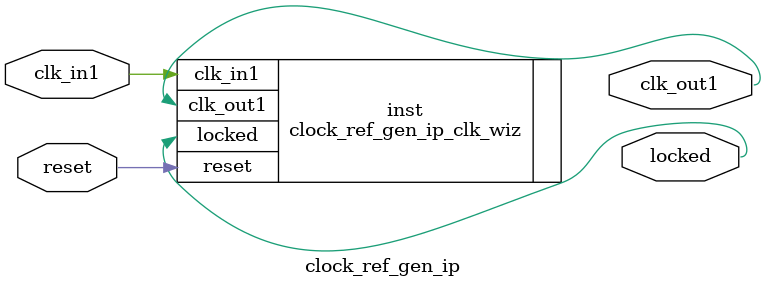
<source format=v>


`timescale 1ps/1ps

(* CORE_GENERATION_INFO = "clock_ref_gen_ip,clk_wiz_v5_3_3_0,{component_name=clock_ref_gen_ip,use_phase_alignment=true,use_min_o_jitter=false,use_max_i_jitter=false,use_dyn_phase_shift=false,use_inclk_switchover=false,use_dyn_reconfig=false,enable_axi=0,feedback_source=FDBK_AUTO,PRIMITIVE=MMCM,num_out_clk=1,clkin1_period=8.0,clkin2_period=10.0,use_power_down=false,use_reset=true,use_locked=true,use_inclk_stopped=false,feedback_type=SINGLE,CLOCK_MGR_TYPE=NA,manual_override=false}" *)

module clock_ref_gen_ip 
 (
  // Clock out ports
  output        clk_out1,
  // Status and control signals
  input         reset,
  output        locked,
 // Clock in ports
  input         clk_in1
 );

  clock_ref_gen_ip_clk_wiz inst
  (
  // Clock out ports  
  .clk_out1(clk_out1),
  // Status and control signals               
  .reset(reset), 
  .locked(locked),
 // Clock in ports
  .clk_in1(clk_in1)
  );

endmodule

</source>
